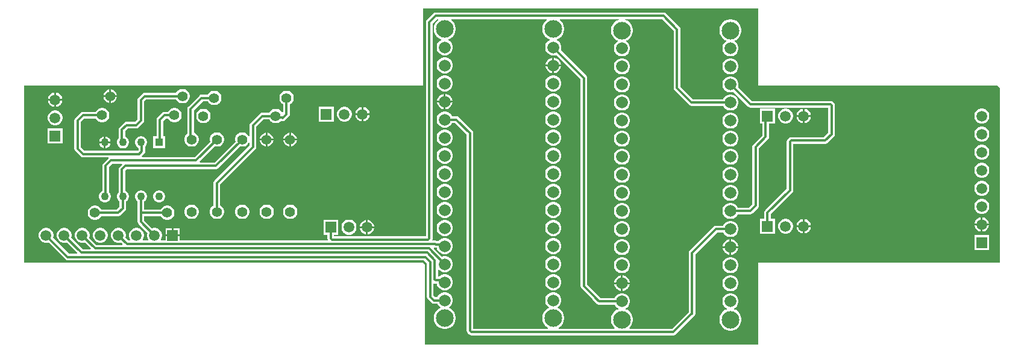
<source format=gbl>
G04*
G04 #@! TF.GenerationSoftware,Altium Limited,Altium Designer,23.0.1 (38)*
G04*
G04 Layer_Physical_Order=2*
G04 Layer_Color=16711680*
%FSLAX44Y44*%
%MOMM*%
G71*
G04*
G04 #@! TF.SameCoordinates,617F8338-E601-4E4F-91A7-566DE5F96DF1*
G04*
G04*
G04 #@! TF.FilePolarity,Positive*
G04*
G01*
G75*
%ADD21C,0.3048*%
%ADD22C,1.5000*%
%ADD23R,1.5000X1.5000*%
%ADD24C,1.6650*%
%ADD25C,2.4750*%
%ADD26C,1.4000*%
%ADD27R,1.5000X1.5000*%
%ADD28R,1.1000X1.1000*%
%ADD29C,1.1000*%
G36*
X1031240Y373380D02*
X1366520D01*
X1370330Y369570D01*
Y124460D01*
X1031240D01*
Y8890D01*
X562610D01*
Y121920D01*
X560070Y124460D01*
X0D01*
Y373380D01*
X560070D01*
Y481330D01*
X1031240D01*
Y373380D01*
D02*
G37*
%LPC*%
G36*
X993389Y465773D02*
X990351D01*
X987371Y465180D01*
X984565Y464018D01*
X982038Y462330D01*
X979890Y460182D01*
X978202Y457655D01*
X977040Y454849D01*
X976447Y451869D01*
Y448831D01*
X977040Y445851D01*
X978202Y443045D01*
X979890Y440518D01*
X982038Y438370D01*
X984565Y436682D01*
X985575Y436264D01*
X985659Y434996D01*
X984887Y434551D01*
X982769Y432433D01*
X981272Y429840D01*
X980497Y426947D01*
Y423953D01*
X981272Y421060D01*
X982769Y418467D01*
X984887Y416349D01*
X987480Y414852D01*
X990373Y414077D01*
X993367D01*
X996260Y414852D01*
X998853Y416349D01*
X1000971Y418467D01*
X1002468Y421060D01*
X1003243Y423953D01*
Y426947D01*
X1002468Y429840D01*
X1000971Y432433D01*
X998853Y434551D01*
X998081Y434996D01*
X998165Y436264D01*
X999175Y436682D01*
X1001702Y438370D01*
X1003850Y440518D01*
X1005538Y443045D01*
X1006700Y445851D01*
X1007293Y448831D01*
Y451869D01*
X1006700Y454849D01*
X1005538Y457655D01*
X1003850Y460182D01*
X1001702Y462330D01*
X999175Y464018D01*
X996369Y465180D01*
X993389Y465773D01*
D02*
G37*
G36*
X744380Y412185D02*
X744220D01*
Y402590D01*
X753815D01*
Y402750D01*
X753075Y405514D01*
X751644Y407991D01*
X749621Y410014D01*
X747144Y411445D01*
X744380Y412185D01*
D02*
G37*
G36*
X741680D02*
X741520D01*
X738756Y411445D01*
X736279Y410014D01*
X734256Y407991D01*
X732825Y405514D01*
X732085Y402750D01*
Y402590D01*
X741680D01*
Y412185D01*
D02*
G37*
G36*
X753815Y400050D02*
X744220D01*
Y390455D01*
X744380D01*
X747144Y391195D01*
X749621Y392626D01*
X751644Y394649D01*
X753075Y397126D01*
X753815Y399890D01*
Y400050D01*
D02*
G37*
G36*
X741680D02*
X732085D01*
Y399890D01*
X732825Y397126D01*
X734256Y394649D01*
X736279Y392626D01*
X738756Y391195D01*
X741520Y390455D01*
X741680D01*
Y400050D01*
D02*
G37*
G36*
X592047Y412693D02*
X589053D01*
X586160Y411918D01*
X583567Y410421D01*
X581449Y408303D01*
X579952Y405710D01*
X579177Y402817D01*
Y399823D01*
X579952Y396930D01*
X581449Y394337D01*
X583567Y392219D01*
X586160Y390722D01*
X589053Y389947D01*
X592047D01*
X594940Y390722D01*
X597533Y392219D01*
X599651Y394337D01*
X601148Y396930D01*
X601923Y399823D01*
Y402817D01*
X601148Y405710D01*
X599651Y408303D01*
X597533Y410421D01*
X594940Y411918D01*
X592047Y412693D01*
D02*
G37*
G36*
X993367Y411423D02*
X990373D01*
X987480Y410648D01*
X984887Y409151D01*
X982769Y407033D01*
X981272Y404440D01*
X980497Y401547D01*
Y398553D01*
X981272Y395660D01*
X982769Y393067D01*
X984887Y390949D01*
X987480Y389452D01*
X990373Y388677D01*
X993367D01*
X996260Y389452D01*
X998853Y390949D01*
X1000971Y393067D01*
X1002468Y395660D01*
X1003243Y398553D01*
Y401547D01*
X1002468Y404440D01*
X1000971Y407033D01*
X998853Y409151D01*
X996260Y410648D01*
X993367Y411423D01*
D02*
G37*
G36*
X840967D02*
X837973D01*
X835080Y410648D01*
X832487Y409151D01*
X830369Y407033D01*
X828872Y404440D01*
X828097Y401547D01*
Y398553D01*
X828872Y395660D01*
X830369Y393067D01*
X832487Y390949D01*
X835080Y389452D01*
X837973Y388677D01*
X840967D01*
X843860Y389452D01*
X846453Y390949D01*
X848571Y393067D01*
X850068Y395660D01*
X850843Y398553D01*
Y401547D01*
X850068Y404440D01*
X848571Y407033D01*
X846453Y409151D01*
X843860Y410648D01*
X840967Y411423D01*
D02*
G37*
G36*
X744447Y387293D02*
X741453D01*
X738560Y386518D01*
X735967Y385021D01*
X733849Y382903D01*
X732352Y380310D01*
X731577Y377417D01*
Y374423D01*
X732352Y371530D01*
X733849Y368937D01*
X735967Y366819D01*
X738560Y365322D01*
X741453Y364547D01*
X744447D01*
X747340Y365322D01*
X749933Y366819D01*
X752051Y368937D01*
X753548Y371530D01*
X754323Y374423D01*
Y377417D01*
X753548Y380310D01*
X752051Y382903D01*
X749933Y385021D01*
X747340Y386518D01*
X744447Y387293D01*
D02*
G37*
G36*
X592047D02*
X589053D01*
X586160Y386518D01*
X583567Y385021D01*
X581449Y382903D01*
X579952Y380310D01*
X579177Y377417D01*
Y374423D01*
X579952Y371530D01*
X581449Y368937D01*
X583567Y366819D01*
X586160Y365322D01*
X589053Y364547D01*
X592047D01*
X594940Y365322D01*
X597533Y366819D01*
X599651Y368937D01*
X601148Y371530D01*
X601923Y374423D01*
Y377417D01*
X601148Y380310D01*
X599651Y382903D01*
X597533Y385021D01*
X594940Y386518D01*
X592047Y387293D01*
D02*
G37*
G36*
X840967Y386023D02*
X837973D01*
X835080Y385248D01*
X832487Y383751D01*
X830369Y381633D01*
X828872Y379040D01*
X828097Y376147D01*
Y373153D01*
X828872Y370260D01*
X830369Y367667D01*
X832487Y365549D01*
X835080Y364052D01*
X837973Y363277D01*
X840967D01*
X843860Y364052D01*
X846453Y365549D01*
X848571Y367667D01*
X850068Y370260D01*
X850843Y373153D01*
Y376147D01*
X850068Y379040D01*
X848571Y381633D01*
X846453Y383751D01*
X843860Y385248D01*
X840967Y386023D01*
D02*
G37*
G36*
X121920Y367676D02*
Y359410D01*
X130186D01*
X129540Y361822D01*
X128284Y363998D01*
X126508Y365774D01*
X124332Y367030D01*
X121920Y367676D01*
D02*
G37*
G36*
X119380D02*
X116968Y367030D01*
X114792Y365774D01*
X113016Y363998D01*
X111760Y361822D01*
X111114Y359410D01*
X119380D01*
Y367676D01*
D02*
G37*
G36*
X44502Y363100D02*
X44450D01*
Y354330D01*
X53220D01*
Y354382D01*
X52536Y356935D01*
X51214Y359225D01*
X49345Y361094D01*
X47055Y362416D01*
X44502Y363100D01*
D02*
G37*
G36*
X41910D02*
X41858D01*
X39305Y362416D01*
X37015Y361094D01*
X35146Y359225D01*
X33824Y356935D01*
X33140Y354382D01*
Y354330D01*
X41910D01*
Y363100D01*
D02*
G37*
G36*
X591980Y361385D02*
X591820D01*
Y351790D01*
X601415D01*
Y351950D01*
X600675Y354714D01*
X599244Y357191D01*
X597221Y359214D01*
X594744Y360645D01*
X591980Y361385D01*
D02*
G37*
G36*
X589280D02*
X589120D01*
X586356Y360645D01*
X583879Y359214D01*
X581856Y357191D01*
X580425Y354714D01*
X579685Y351950D01*
Y351790D01*
X589280D01*
Y361385D01*
D02*
G37*
G36*
X130186Y356870D02*
X121920D01*
Y348604D01*
X124332Y349250D01*
X126508Y350506D01*
X128284Y352282D01*
X129540Y354458D01*
X130186Y356870D01*
D02*
G37*
G36*
X119380D02*
X111114D01*
X111760Y354458D01*
X113016Y352282D01*
X114792Y350506D01*
X116968Y349250D01*
X119380Y348604D01*
Y356870D01*
D02*
G37*
G36*
X223573Y368188D02*
X220927D01*
X218372Y367503D01*
X216080Y366180D01*
X214210Y364310D01*
X213339Y362802D01*
X168910D01*
X167126Y362447D01*
X165614Y361436D01*
X160534Y356356D01*
X159523Y354844D01*
X159168Y353060D01*
Y325766D01*
X155564Y322162D01*
X143510D01*
X141726Y321807D01*
X140214Y320796D01*
X133864Y314446D01*
X132853Y312934D01*
X132498Y311150D01*
Y299427D01*
X131590Y298519D01*
X130464Y296569D01*
X129882Y294395D01*
Y292145D01*
X130464Y289971D01*
X131590Y288021D01*
X133181Y286430D01*
X135131Y285305D01*
X137305Y284722D01*
X139555D01*
X141729Y285305D01*
X143679Y286430D01*
X145270Y288021D01*
X146396Y289971D01*
X146978Y292145D01*
Y294395D01*
X146396Y296569D01*
X145270Y298519D01*
X143679Y300110D01*
X141822Y301182D01*
Y309219D01*
X145441Y312838D01*
X157495D01*
X159279Y313193D01*
X160791Y314204D01*
X167134Y320546D01*
X168144Y322059D01*
X168499Y323843D01*
X168492Y323880D01*
Y351129D01*
X170841Y353478D01*
X213339D01*
X214210Y351970D01*
X216080Y350100D01*
X218372Y348777D01*
X220927Y348092D01*
X223573D01*
X226128Y348777D01*
X228420Y350100D01*
X230290Y351970D01*
X231613Y354262D01*
X232298Y356817D01*
Y359463D01*
X231613Y362018D01*
X230290Y364310D01*
X228420Y366180D01*
X226128Y367503D01*
X223573Y368188D01*
D02*
G37*
G36*
X268023Y365648D02*
X265377D01*
X262822Y364963D01*
X260530Y363640D01*
X258660Y361770D01*
X257789Y360262D01*
X248920D01*
X247136Y359907D01*
X245624Y358896D01*
X230384Y343656D01*
X229373Y342144D01*
X229018Y340360D01*
Y305358D01*
X228780Y305220D01*
X226910Y303350D01*
X225587Y301058D01*
X224902Y298503D01*
Y295857D01*
X225587Y293302D01*
X226910Y291010D01*
X228780Y289140D01*
X231072Y287817D01*
X233627Y287132D01*
X236273D01*
X238828Y287817D01*
X241120Y289140D01*
X242990Y291010D01*
X244313Y293302D01*
X244998Y295857D01*
Y298503D01*
X244313Y301058D01*
X242990Y303350D01*
X241120Y305220D01*
X238828Y306543D01*
X238342Y306674D01*
Y338429D01*
X250851Y350938D01*
X257789D01*
X258660Y349430D01*
X260530Y347560D01*
X262822Y346237D01*
X265377Y345552D01*
X268023D01*
X270578Y346237D01*
X272870Y347560D01*
X274740Y349430D01*
X276063Y351722D01*
X276748Y354277D01*
Y356923D01*
X276063Y359478D01*
X274740Y361770D01*
X272870Y363640D01*
X270578Y364963D01*
X268023Y365648D01*
D02*
G37*
G36*
X53220Y351790D02*
X44450D01*
Y343020D01*
X44502D01*
X47055Y343704D01*
X49345Y345026D01*
X51214Y346895D01*
X52536Y349185D01*
X53220Y351738D01*
Y351790D01*
D02*
G37*
G36*
X41910D02*
X33140D01*
Y351738D01*
X33824Y349185D01*
X35146Y346895D01*
X37015Y345026D01*
X39305Y343704D01*
X41858Y343020D01*
X41910D01*
Y351790D01*
D02*
G37*
G36*
X601415Y349250D02*
X591820D01*
Y339655D01*
X591980D01*
X594744Y340395D01*
X597221Y341826D01*
X599244Y343849D01*
X600675Y346326D01*
X601415Y349090D01*
Y349250D01*
D02*
G37*
G36*
X589280D02*
X579685D01*
Y349090D01*
X580425Y346326D01*
X581856Y343849D01*
X583879Y341826D01*
X586356Y340395D01*
X589120Y339655D01*
X589280D01*
Y349250D01*
D02*
G37*
G36*
X744447Y361893D02*
X741453D01*
X738560Y361118D01*
X735967Y359621D01*
X733849Y357503D01*
X732352Y354910D01*
X731577Y352017D01*
Y349023D01*
X732352Y346130D01*
X733849Y343537D01*
X735967Y341419D01*
X738560Y339922D01*
X741453Y339147D01*
X744447D01*
X747340Y339922D01*
X749933Y341419D01*
X752051Y343537D01*
X753548Y346130D01*
X754323Y349023D01*
Y352017D01*
X753548Y354910D01*
X752051Y357503D01*
X749933Y359621D01*
X747340Y361118D01*
X744447Y361893D01*
D02*
G37*
G36*
X897890Y475832D02*
X577850D01*
X576066Y475477D01*
X574554Y474466D01*
X565664Y465576D01*
X564653Y464064D01*
X564298Y462280D01*
Y161126D01*
X435192D01*
Y163442D01*
X441078D01*
Y184538D01*
X419982D01*
Y163442D01*
X425868D01*
Y158250D01*
X426223Y156466D01*
X426434Y156150D01*
X425836Y155030D01*
X218320D01*
Y161290D01*
X208280D01*
X198240D01*
Y155030D01*
X191875D01*
X191445Y156300D01*
X192709Y158489D01*
X193428Y161171D01*
Y163949D01*
X192709Y166631D01*
X191320Y169037D01*
X189357Y171000D01*
X186951Y172389D01*
X184269Y173108D01*
X181491D01*
X179467Y172565D01*
X168492Y183541D01*
Y189648D01*
X191749D01*
X192620Y188140D01*
X194490Y186270D01*
X196782Y184947D01*
X199337Y184262D01*
X201983D01*
X204538Y184947D01*
X206830Y186270D01*
X208700Y188140D01*
X210023Y190432D01*
X210708Y192987D01*
Y195633D01*
X210023Y198188D01*
X208700Y200480D01*
X206830Y202350D01*
X204538Y203673D01*
X201983Y204358D01*
X199337D01*
X196782Y203673D01*
X194490Y202350D01*
X192620Y200480D01*
X191749Y198972D01*
X168492D01*
Y210091D01*
X169079Y210430D01*
X170670Y212021D01*
X171796Y213971D01*
X172378Y216145D01*
Y218395D01*
X171796Y220569D01*
X170670Y222519D01*
X169079Y224110D01*
X167129Y225236D01*
X164955Y225818D01*
X162705D01*
X160531Y225236D01*
X158581Y224110D01*
X156990Y222519D01*
X155864Y220569D01*
X155282Y218395D01*
Y216145D01*
X155864Y213971D01*
X156990Y212021D01*
X158581Y210430D01*
X159168Y210091D01*
Y195580D01*
Y181610D01*
X159523Y179826D01*
X160534Y178314D01*
X172875Y165973D01*
X172332Y163949D01*
Y161171D01*
X173051Y158489D01*
X174315Y156300D01*
X173885Y155030D01*
X166474D01*
X166045Y156300D01*
X167309Y158489D01*
X168028Y161171D01*
Y163949D01*
X167309Y166631D01*
X165921Y169037D01*
X163957Y171000D01*
X161551Y172389D01*
X158869Y173108D01*
X156091D01*
X153409Y172389D01*
X151003Y171000D01*
X149039Y169037D01*
X147651Y166631D01*
X146932Y163949D01*
Y161171D01*
X147651Y158489D01*
X148915Y156300D01*
X148485Y155030D01*
X146203D01*
X142086Y159147D01*
X142628Y161171D01*
Y163949D01*
X141909Y166631D01*
X140520Y169037D01*
X138557Y171000D01*
X136151Y172389D01*
X133469Y173108D01*
X130691D01*
X128009Y172389D01*
X125603Y171000D01*
X123639Y169037D01*
X122251Y166631D01*
X121532Y163949D01*
Y161171D01*
X122251Y158489D01*
X123639Y156083D01*
X125603Y154120D01*
X128009Y152731D01*
X130691Y152012D01*
X133469D01*
X135493Y152555D01*
X137941Y150107D01*
X137455Y148934D01*
X101499D01*
X91285Y159147D01*
X91828Y161171D01*
Y163949D01*
X91109Y166631D01*
X89720Y169037D01*
X87757Y171000D01*
X85351Y172389D01*
X82669Y173108D01*
X79891D01*
X77209Y172389D01*
X74803Y171000D01*
X72839Y169037D01*
X71451Y166631D01*
X70732Y163949D01*
Y161171D01*
X71451Y158489D01*
X72839Y156083D01*
X74803Y154120D01*
X77209Y152731D01*
X79891Y152012D01*
X82669D01*
X84693Y152555D01*
X93237Y144011D01*
X92751Y142838D01*
X82195D01*
X65886Y159147D01*
X66428Y161171D01*
Y163949D01*
X65709Y166631D01*
X64321Y169037D01*
X62357Y171000D01*
X59951Y172389D01*
X57269Y173108D01*
X54491D01*
X51809Y172389D01*
X49403Y171000D01*
X47439Y169037D01*
X46051Y166631D01*
X45332Y163949D01*
Y161171D01*
X46051Y158489D01*
X47439Y156083D01*
X49403Y154120D01*
X51809Y152731D01*
X54491Y152012D01*
X57269D01*
X59293Y152555D01*
X73933Y137915D01*
X73447Y136742D01*
X62891D01*
X40486Y159147D01*
X41028Y161171D01*
Y163949D01*
X40309Y166631D01*
X38921Y169037D01*
X36957Y171000D01*
X34551Y172389D01*
X31869Y173108D01*
X29091D01*
X26409Y172389D01*
X24003Y171000D01*
X22039Y169037D01*
X20651Y166631D01*
X19932Y163949D01*
Y161171D01*
X20651Y158489D01*
X22039Y156083D01*
X24003Y154120D01*
X26409Y152731D01*
X29091Y152012D01*
X31869D01*
X33893Y152555D01*
X57664Y128784D01*
X59176Y127773D01*
X60960Y127418D01*
X561217D01*
X565568Y123067D01*
Y76200D01*
X565923Y74416D01*
X566934Y72904D01*
X572014Y67824D01*
X573526Y66813D01*
X575310Y66458D01*
X580109D01*
X581449Y64137D01*
X583567Y62019D01*
X584339Y61574D01*
X584255Y60307D01*
X583245Y59888D01*
X580718Y58200D01*
X578570Y56052D01*
X576882Y53526D01*
X575720Y50719D01*
X575127Y47739D01*
Y44701D01*
X575720Y41721D01*
X576882Y38914D01*
X578570Y36388D01*
X580718Y34240D01*
X583245Y32552D01*
X586051Y31390D01*
X589031Y30797D01*
X592069D01*
X595049Y31390D01*
X597855Y32552D01*
X600382Y34240D01*
X602530Y36388D01*
X604218Y38914D01*
X605380Y41721D01*
X605973Y44701D01*
Y47739D01*
X605380Y50719D01*
X604218Y53526D01*
X602530Y56052D01*
X600382Y58200D01*
X597855Y59888D01*
X596844Y60307D01*
X596761Y61574D01*
X597533Y62019D01*
X599651Y64137D01*
X601148Y66730D01*
X601923Y69623D01*
Y72617D01*
X601148Y75510D01*
X599651Y78103D01*
X597533Y80221D01*
X594940Y81718D01*
X592047Y82493D01*
X589053D01*
X586160Y81718D01*
X583567Y80221D01*
X581449Y78103D01*
X580109Y75782D01*
X577241D01*
X574892Y78131D01*
Y94222D01*
X575647Y94625D01*
X576162Y94784D01*
X577787Y94461D01*
X579328D01*
X579952Y92130D01*
X581449Y89537D01*
X583567Y87419D01*
X586160Y85922D01*
X589053Y85147D01*
X592047D01*
X594940Y85922D01*
X597533Y87419D01*
X599651Y89537D01*
X601148Y92130D01*
X601923Y95023D01*
Y98017D01*
X601148Y100910D01*
X599651Y103503D01*
X597533Y105621D01*
X594940Y107118D01*
X592047Y107893D01*
X589053D01*
X586160Y107118D01*
X583567Y105621D01*
X582258Y104311D01*
X580988Y104838D01*
Y113603D01*
X582258Y114129D01*
X583567Y112819D01*
X586160Y111322D01*
X589053Y110547D01*
X592047D01*
X594940Y111322D01*
X597533Y112819D01*
X599651Y114937D01*
X601148Y117530D01*
X601923Y120423D01*
Y123417D01*
X601148Y126310D01*
X599651Y128903D01*
X597533Y131021D01*
X594940Y132518D01*
X592047Y133293D01*
X589053D01*
X586463Y132599D01*
X575292Y143770D01*
X575542Y145317D01*
X575869Y145481D01*
X577653Y145126D01*
X579364D01*
X579952Y142930D01*
X581449Y140337D01*
X583567Y138219D01*
X586160Y136722D01*
X589053Y135947D01*
X592047D01*
X594940Y136722D01*
X597533Y138219D01*
X599651Y140337D01*
X601148Y142930D01*
X601923Y145823D01*
Y148817D01*
X601148Y151710D01*
X599651Y154303D01*
X597533Y156421D01*
X594940Y157918D01*
X592047Y158693D01*
X589053D01*
X586160Y157918D01*
X583567Y156421D01*
X581596Y154450D01*
X579194D01*
X578857Y154675D01*
X577073Y155030D01*
X573654D01*
X573056Y156150D01*
X573267Y156466D01*
X573622Y158250D01*
Y460349D01*
X579781Y466508D01*
X581289D01*
X581674Y465238D01*
X580718Y464600D01*
X578570Y462452D01*
X576882Y459925D01*
X575720Y457119D01*
X575127Y454139D01*
Y451101D01*
X575720Y448121D01*
X576882Y445314D01*
X578570Y442788D01*
X580718Y440640D01*
X583245Y438952D01*
X585112Y438179D01*
X585204Y436766D01*
X583567Y435821D01*
X581449Y433703D01*
X579952Y431110D01*
X579177Y428217D01*
Y425223D01*
X579952Y422330D01*
X581449Y419737D01*
X583567Y417619D01*
X586160Y416122D01*
X589053Y415347D01*
X592047D01*
X594940Y416122D01*
X597533Y417619D01*
X599651Y419737D01*
X601148Y422330D01*
X601923Y425223D01*
Y428217D01*
X601148Y431110D01*
X599651Y433703D01*
X597533Y435821D01*
X595896Y436766D01*
X595989Y438179D01*
X597855Y438952D01*
X600382Y440640D01*
X602530Y442788D01*
X604218Y445314D01*
X605380Y448121D01*
X605973Y451101D01*
Y454139D01*
X605380Y457119D01*
X604218Y459925D01*
X602530Y462452D01*
X600382Y464600D01*
X599426Y465238D01*
X599811Y466508D01*
X733689D01*
X734074Y465238D01*
X733118Y464600D01*
X730970Y462452D01*
X729282Y459925D01*
X728120Y457119D01*
X727527Y454139D01*
Y451101D01*
X728120Y448121D01*
X729282Y445314D01*
X730970Y442788D01*
X733118Y440640D01*
X735645Y438952D01*
X737512Y438179D01*
X737604Y436766D01*
X735967Y435821D01*
X733849Y433703D01*
X732352Y431110D01*
X731577Y428217D01*
Y425223D01*
X732352Y422330D01*
X733849Y419737D01*
X735967Y417619D01*
X738560Y416122D01*
X741453Y415347D01*
X744447D01*
X747037Y416041D01*
X781468Y381609D01*
Y91440D01*
X781823Y89656D01*
X782834Y88144D01*
X798270Y72707D01*
X798333Y72392D01*
X799344Y70879D01*
X803669Y66554D01*
X805182Y65543D01*
X806965Y65188D01*
X829029D01*
X830369Y62867D01*
X832487Y60749D01*
X834124Y59804D01*
X834032Y58391D01*
X832165Y57618D01*
X829638Y55930D01*
X827490Y53782D01*
X825802Y51255D01*
X824640Y48449D01*
X824047Y45469D01*
Y42431D01*
X824640Y39451D01*
X825802Y36644D01*
X827490Y34118D01*
X829007Y32602D01*
X828481Y31332D01*
X750836D01*
X750309Y32470D01*
X750329Y32602D01*
X752782Y34240D01*
X754930Y36388D01*
X756618Y38914D01*
X757780Y41721D01*
X758373Y44701D01*
Y47739D01*
X757780Y50719D01*
X756618Y53526D01*
X754930Y56052D01*
X752782Y58200D01*
X750256Y59888D01*
X749245Y60307D01*
X749161Y61574D01*
X749933Y62019D01*
X752051Y64137D01*
X753548Y66730D01*
X754323Y69623D01*
Y72617D01*
X753548Y75510D01*
X752051Y78103D01*
X749933Y80221D01*
X747340Y81718D01*
X744447Y82493D01*
X741453D01*
X738560Y81718D01*
X735967Y80221D01*
X733849Y78103D01*
X732352Y75510D01*
X731577Y72617D01*
Y69623D01*
X732352Y66730D01*
X733849Y64137D01*
X735967Y62019D01*
X736739Y61574D01*
X736656Y60307D01*
X735645Y59888D01*
X733118Y58200D01*
X730970Y56052D01*
X729282Y53526D01*
X728120Y50719D01*
X727527Y47739D01*
Y44701D01*
X728120Y41721D01*
X729282Y38914D01*
X730970Y36388D01*
X733118Y34240D01*
X735571Y32602D01*
X735591Y32470D01*
X735064Y31332D01*
X630772D01*
Y306070D01*
X630417Y307854D01*
X629406Y309366D01*
X610356Y328416D01*
X608844Y329427D01*
X607060Y329782D01*
X600991D01*
X599651Y332103D01*
X597533Y334221D01*
X594940Y335718D01*
X592047Y336493D01*
X589053D01*
X586160Y335718D01*
X583567Y334221D01*
X581449Y332103D01*
X579952Y329510D01*
X579177Y326617D01*
Y323623D01*
X579952Y320730D01*
X581449Y318137D01*
X583567Y316019D01*
X586160Y314522D01*
X589053Y313747D01*
X592047D01*
X594940Y314522D01*
X597533Y316019D01*
X599651Y318137D01*
X600991Y320458D01*
X605129D01*
X621448Y304139D01*
Y28456D01*
X621803Y26672D01*
X622814Y25159D01*
X624599Y23374D01*
X626112Y22363D01*
X627896Y22008D01*
X911860D01*
X913644Y22363D01*
X915156Y23374D01*
X939483Y47701D01*
X939798Y47763D01*
X941311Y48774D01*
X942321Y50286D01*
X942676Y52070D01*
Y135745D01*
X973720Y166788D01*
X981429D01*
X982769Y164467D01*
X984887Y162349D01*
X987480Y160852D01*
X990373Y160077D01*
X993367D01*
X996260Y160852D01*
X998853Y162349D01*
X1000971Y164467D01*
X1002468Y167060D01*
X1003243Y169953D01*
Y172947D01*
X1002468Y175840D01*
X1000971Y178433D01*
X998853Y180551D01*
X996260Y182048D01*
X993367Y182823D01*
X990373D01*
X987480Y182048D01*
X984887Y180551D01*
X982769Y178433D01*
X981429Y176112D01*
X971789D01*
X970005Y175757D01*
X968493Y174746D01*
X934718Y140972D01*
X933708Y139459D01*
X933353Y137676D01*
Y54755D01*
X909929Y31332D01*
X850459D01*
X849933Y32602D01*
X851450Y34118D01*
X853138Y36644D01*
X854300Y39451D01*
X854893Y42431D01*
Y45469D01*
X854300Y48449D01*
X853138Y51255D01*
X851450Y53782D01*
X849302Y55930D01*
X846776Y57618D01*
X844909Y58391D01*
X844816Y59804D01*
X846453Y60749D01*
X848571Y62867D01*
X850068Y65460D01*
X850843Y68353D01*
Y71347D01*
X850068Y74240D01*
X848571Y76833D01*
X846453Y78951D01*
X843860Y80448D01*
X840967Y81223D01*
X837973D01*
X835080Y80448D01*
X832487Y78951D01*
X830369Y76833D01*
X829029Y74512D01*
X808896D01*
X807010Y76399D01*
X806947Y76714D01*
X805936Y78226D01*
X790792Y93371D01*
Y383540D01*
X790437Y385324D01*
X789426Y386836D01*
X753629Y422633D01*
X754323Y425223D01*
Y428217D01*
X753548Y431110D01*
X752051Y433703D01*
X749933Y435821D01*
X748296Y436766D01*
X748389Y438179D01*
X750256Y438952D01*
X752782Y440640D01*
X754930Y442788D01*
X756618Y445314D01*
X757780Y448121D01*
X758373Y451101D01*
Y454139D01*
X757780Y457119D01*
X756618Y459925D01*
X754930Y462452D01*
X752782Y464600D01*
X751826Y465238D01*
X752211Y466508D01*
X835139D01*
X835264Y465238D01*
X834971Y465180D01*
X832165Y464018D01*
X829638Y462330D01*
X827490Y460182D01*
X825802Y457655D01*
X824640Y454849D01*
X824047Y451869D01*
Y448831D01*
X824640Y445851D01*
X825802Y443045D01*
X827490Y440518D01*
X829638Y438370D01*
X832165Y436682D01*
X833176Y436264D01*
X833259Y434996D01*
X832487Y434551D01*
X830369Y432433D01*
X828872Y429840D01*
X828097Y426947D01*
Y423953D01*
X828872Y421060D01*
X830369Y418467D01*
X832487Y416349D01*
X835080Y414852D01*
X837973Y414077D01*
X840967D01*
X843860Y414852D01*
X846453Y416349D01*
X848571Y418467D01*
X850068Y421060D01*
X850843Y423953D01*
Y426947D01*
X850068Y429840D01*
X848571Y432433D01*
X846453Y434551D01*
X845681Y434996D01*
X845764Y436264D01*
X846776Y436682D01*
X849302Y438370D01*
X851450Y440518D01*
X853138Y443045D01*
X854300Y445851D01*
X854893Y448831D01*
Y451869D01*
X854300Y454849D01*
X853138Y457655D01*
X851450Y460182D01*
X849302Y462330D01*
X846776Y464018D01*
X843969Y465180D01*
X843676Y465238D01*
X843801Y466508D01*
X895959D01*
X912278Y450189D01*
Y369570D01*
X912633Y367786D01*
X913644Y366274D01*
X933964Y345954D01*
X935476Y344943D01*
X937260Y344588D01*
X981429D01*
X982769Y342267D01*
X984887Y340149D01*
X987480Y338652D01*
X990373Y337877D01*
X993367D01*
X996260Y338652D01*
X998853Y340149D01*
X1000971Y342267D01*
X1002468Y344860D01*
X1003243Y347753D01*
Y350747D01*
X1002468Y353640D01*
X1000971Y356233D01*
X998853Y358351D01*
X996260Y359848D01*
X993367Y360623D01*
X990373D01*
X987480Y359848D01*
X984887Y358351D01*
X982769Y356233D01*
X981429Y353912D01*
X939191D01*
X921602Y371501D01*
Y452120D01*
X921247Y453904D01*
X920236Y455416D01*
X901186Y474466D01*
X899674Y475477D01*
X899378Y475536D01*
X897890Y475832D01*
D02*
G37*
G36*
X840967Y360623D02*
X837973D01*
X835080Y359848D01*
X832487Y358351D01*
X830369Y356233D01*
X828872Y353640D01*
X828097Y350747D01*
Y347753D01*
X828872Y344860D01*
X830369Y342267D01*
X832487Y340149D01*
X835080Y338652D01*
X837973Y337877D01*
X840967D01*
X843860Y338652D01*
X846453Y340149D01*
X848571Y342267D01*
X850068Y344860D01*
X850843Y347753D01*
Y350747D01*
X850068Y353640D01*
X848571Y356233D01*
X846453Y358351D01*
X843860Y359848D01*
X840967Y360623D01*
D02*
G37*
G36*
X369623Y365648D02*
X366977D01*
X364422Y364963D01*
X362130Y363640D01*
X360260Y361770D01*
X358937Y359478D01*
X358252Y356923D01*
Y354277D01*
X358937Y351722D01*
X360260Y349430D01*
X362130Y347560D01*
X363638Y346689D01*
Y335845D01*
X363103Y335388D01*
X361510Y335661D01*
X361100Y336370D01*
X359230Y338240D01*
X356938Y339563D01*
X354383Y340248D01*
X351737D01*
X349182Y339563D01*
X346890Y338240D01*
X345020Y336370D01*
X344149Y334862D01*
X334010D01*
X332226Y334507D01*
X330714Y333496D01*
X318014Y320796D01*
X317003Y319284D01*
X316648Y317500D01*
Y301761D01*
X315494Y301123D01*
X315378Y301153D01*
X314110Y303350D01*
X312240Y305220D01*
X309948Y306543D01*
X307393Y307228D01*
X304747D01*
X302192Y306543D01*
X299900Y305220D01*
X298030Y303350D01*
X296707Y301058D01*
X296022Y298503D01*
Y295857D01*
X296473Y294175D01*
X267309Y265012D01*
X246593D01*
X246107Y266185D01*
X267505Y287583D01*
X269187Y287132D01*
X271833D01*
X274388Y287817D01*
X276680Y289140D01*
X278550Y291010D01*
X279873Y293302D01*
X280558Y295857D01*
Y298503D01*
X279873Y301058D01*
X278550Y303350D01*
X276680Y305220D01*
X274388Y306543D01*
X271833Y307228D01*
X269187D01*
X266632Y306543D01*
X264340Y305220D01*
X262470Y303350D01*
X261147Y301058D01*
X260462Y298503D01*
Y295857D01*
X260913Y294175D01*
X239369Y272632D01*
X165402D01*
X164924Y273902D01*
X168404Y277381D01*
X169414Y278894D01*
X169769Y280678D01*
Y287120D01*
X170670Y288021D01*
X171796Y289971D01*
X172378Y292145D01*
Y294395D01*
X171796Y296569D01*
X170670Y298519D01*
X169079Y300110D01*
X167129Y301236D01*
X164955Y301818D01*
X162705D01*
X160531Y301236D01*
X158581Y300110D01*
X156990Y298519D01*
X155864Y296569D01*
X155282Y294395D01*
Y292145D01*
X155864Y289971D01*
X156990Y288021D01*
X158581Y286430D01*
X160446Y285353D01*
Y282608D01*
X159359Y281522D01*
X85090D01*
X85052Y281514D01*
X84488D01*
X79592Y286411D01*
Y321919D01*
X84481Y326808D01*
X100309D01*
X101180Y325300D01*
X103050Y323430D01*
X105342Y322107D01*
X107897Y321422D01*
X110543D01*
X113098Y322107D01*
X115390Y323430D01*
X117260Y325300D01*
X118583Y327592D01*
X119268Y330147D01*
Y332793D01*
X118583Y335348D01*
X117260Y337640D01*
X115390Y339510D01*
X113098Y340833D01*
X110543Y341518D01*
X107897D01*
X105342Y340833D01*
X103050Y339510D01*
X101180Y337640D01*
X100309Y336132D01*
X82550D01*
X80766Y335777D01*
X79254Y334766D01*
X71634Y327146D01*
X70623Y325634D01*
X70268Y323850D01*
Y284480D01*
X70623Y282696D01*
X71634Y281184D01*
X79261Y273556D01*
X80774Y272546D01*
X82557Y272191D01*
X85083D01*
X85120Y272198D01*
X117808D01*
X118286Y270928D01*
X111004Y263646D01*
X109993Y262134D01*
X109638Y260350D01*
Y225182D01*
X107781Y224110D01*
X106190Y222519D01*
X105064Y220569D01*
X104482Y218395D01*
Y216145D01*
X105064Y213971D01*
X106190Y212021D01*
X107781Y210430D01*
X109731Y209305D01*
X111905Y208722D01*
X114155D01*
X116329Y209305D01*
X118279Y210430D01*
X119870Y212021D01*
X120996Y213971D01*
X121578Y216145D01*
Y218395D01*
X120996Y220569D01*
X119870Y222519D01*
X118962Y223427D01*
Y258419D01*
X123851Y263308D01*
X136947D01*
X137433Y262135D01*
X133864Y258566D01*
X132853Y257054D01*
X132498Y255270D01*
Y223427D01*
X131590Y222519D01*
X130464Y220569D01*
X129882Y218395D01*
Y216145D01*
X130464Y213971D01*
X131590Y212021D01*
X133181Y210430D01*
X133768Y210091D01*
Y202591D01*
X130149Y198972D01*
X107971D01*
X107100Y200480D01*
X105230Y202350D01*
X102938Y203673D01*
X100383Y204358D01*
X97737D01*
X95182Y203673D01*
X92890Y202350D01*
X91020Y200480D01*
X89697Y198188D01*
X89012Y195633D01*
Y192987D01*
X89697Y190432D01*
X91020Y188140D01*
X92890Y186270D01*
X95182Y184947D01*
X97737Y184262D01*
X100383D01*
X102938Y184947D01*
X105230Y186270D01*
X107100Y188140D01*
X107971Y189648D01*
X132080D01*
X133864Y190003D01*
X135376Y191014D01*
X141726Y197364D01*
X142737Y198876D01*
X143092Y200660D01*
Y210091D01*
X143679Y210430D01*
X145270Y212021D01*
X146396Y213971D01*
X146978Y216145D01*
Y218395D01*
X146396Y220569D01*
X145270Y222519D01*
X143679Y224110D01*
X141822Y225182D01*
Y253339D01*
X144171Y255688D01*
X269240D01*
X271024Y256043D01*
X272536Y257054D01*
X303065Y287583D01*
X304747Y287132D01*
X307393D01*
X309948Y287817D01*
X312240Y289140D01*
X314110Y291010D01*
X315378Y293207D01*
X315494Y293237D01*
X316648Y292599D01*
Y288951D01*
X267214Y239516D01*
X266203Y238004D01*
X265848Y236220D01*
Y204491D01*
X264340Y203620D01*
X262470Y201750D01*
X261147Y199458D01*
X260462Y196903D01*
Y194257D01*
X261147Y191702D01*
X262470Y189410D01*
X264340Y187540D01*
X266632Y186217D01*
X269187Y185532D01*
X271833D01*
X274388Y186217D01*
X276680Y187540D01*
X278550Y189410D01*
X279873Y191702D01*
X280558Y194257D01*
Y196903D01*
X279873Y199458D01*
X278550Y201750D01*
X276680Y203620D01*
X275172Y204491D01*
Y234289D01*
X324606Y283724D01*
X325617Y285236D01*
X325972Y287020D01*
Y315569D01*
X335941Y325538D01*
X344149D01*
X345020Y324030D01*
X346890Y322160D01*
X349182Y320837D01*
X351737Y320152D01*
X354383D01*
X356938Y320837D01*
X359230Y322160D01*
X360513Y323443D01*
X361302D01*
X361436Y323353D01*
X363220Y322999D01*
X365004Y323353D01*
X366516Y324364D01*
X371596Y329444D01*
X372607Y330956D01*
X372962Y332740D01*
Y346689D01*
X374470Y347560D01*
X376340Y349430D01*
X377663Y351722D01*
X378348Y354277D01*
Y356923D01*
X377663Y359478D01*
X376340Y361770D01*
X374470Y363640D01*
X372178Y364963D01*
X369623Y365648D01*
D02*
G37*
G36*
X476302Y342780D02*
X476250D01*
Y334010D01*
X485020D01*
Y334062D01*
X484336Y336615D01*
X483014Y338905D01*
X481145Y340774D01*
X478855Y342096D01*
X476302Y342780D01*
D02*
G37*
G36*
X473710D02*
X473658D01*
X471105Y342096D01*
X468815Y340774D01*
X466946Y338905D01*
X465624Y336615D01*
X464940Y334062D01*
Y334010D01*
X473710D01*
Y342780D01*
D02*
G37*
G36*
X1096062Y340240D02*
X1096010D01*
Y331470D01*
X1104780D01*
Y331522D01*
X1104096Y334075D01*
X1102774Y336365D01*
X1100905Y338234D01*
X1098615Y339556D01*
X1096062Y340240D01*
D02*
G37*
G36*
X1093470D02*
X1093418D01*
X1090865Y339556D01*
X1088575Y338234D01*
X1086706Y336365D01*
X1085384Y334075D01*
X1084700Y331522D01*
Y331470D01*
X1093470D01*
Y340240D01*
D02*
G37*
G36*
X485020Y331470D02*
X476250D01*
Y322700D01*
X476302D01*
X478855Y323384D01*
X481145Y324706D01*
X483014Y326575D01*
X484336Y328865D01*
X485020Y331418D01*
Y331470D01*
D02*
G37*
G36*
X473710D02*
X464940D01*
Y331418D01*
X465624Y328865D01*
X466946Y326575D01*
X468815Y324706D01*
X471105Y323384D01*
X473658Y322700D01*
X473710D01*
Y331470D01*
D02*
G37*
G36*
X450969Y343288D02*
X448191D01*
X445509Y342569D01*
X443103Y341180D01*
X441139Y339217D01*
X439751Y336811D01*
X439032Y334129D01*
Y331351D01*
X439751Y328669D01*
X441139Y326263D01*
X443103Y324300D01*
X445509Y322911D01*
X448191Y322192D01*
X450969D01*
X453651Y322911D01*
X456057Y324300D01*
X458021Y326263D01*
X459409Y328669D01*
X460128Y331351D01*
Y334129D01*
X459409Y336811D01*
X458021Y339217D01*
X456057Y341180D01*
X453651Y342569D01*
X450969Y343288D01*
D02*
G37*
G36*
X434728D02*
X413632D01*
Y322192D01*
X434728D01*
Y343288D01*
D02*
G37*
G36*
X212143Y341518D02*
X209497D01*
X206942Y340833D01*
X204650Y339510D01*
X202780Y337640D01*
X201909Y336132D01*
X196850D01*
X195066Y335777D01*
X193554Y334766D01*
X187204Y328416D01*
X186193Y326904D01*
X185838Y325120D01*
Y301818D01*
X180682D01*
Y284722D01*
X197778D01*
Y301818D01*
X195162D01*
Y323189D01*
X198781Y326808D01*
X201909D01*
X202780Y325300D01*
X204650Y323430D01*
X206942Y322107D01*
X209497Y321422D01*
X212143D01*
X214698Y322107D01*
X216990Y323430D01*
X218860Y325300D01*
X220183Y327592D01*
X220868Y330147D01*
Y332793D01*
X220183Y335348D01*
X218860Y337640D01*
X216990Y339510D01*
X214698Y340833D01*
X212143Y341518D01*
D02*
G37*
G36*
X1104780Y328930D02*
X1096010D01*
Y320160D01*
X1096062D01*
X1098615Y320844D01*
X1100905Y322166D01*
X1102774Y324035D01*
X1104096Y326325D01*
X1104780Y328878D01*
Y328930D01*
D02*
G37*
G36*
X1093470D02*
X1084700D01*
Y328878D01*
X1085384Y326325D01*
X1086706Y324035D01*
X1088575Y322166D01*
X1090865Y320844D01*
X1093418Y320160D01*
X1093470D01*
Y328930D01*
D02*
G37*
G36*
X252783Y340248D02*
X250137D01*
X247582Y339563D01*
X245290Y338240D01*
X243420Y336370D01*
X242097Y334078D01*
X241412Y331523D01*
Y328877D01*
X242097Y326322D01*
X243420Y324030D01*
X245290Y322160D01*
X247582Y320837D01*
X250137Y320152D01*
X252783D01*
X255338Y320837D01*
X257630Y322160D01*
X259500Y324030D01*
X260823Y326322D01*
X261508Y328877D01*
Y331523D01*
X260823Y334078D01*
X259500Y336370D01*
X257630Y338240D01*
X255338Y339563D01*
X252783Y340248D01*
D02*
G37*
G36*
X1346319Y340748D02*
X1343541D01*
X1340859Y340029D01*
X1338453Y338641D01*
X1336490Y336677D01*
X1335101Y334271D01*
X1334382Y331589D01*
Y328811D01*
X1335101Y326129D01*
X1336490Y323723D01*
X1338453Y321759D01*
X1340859Y320371D01*
X1343541Y319652D01*
X1346319D01*
X1349001Y320371D01*
X1351407Y321759D01*
X1353371Y323723D01*
X1354759Y326129D01*
X1355478Y328811D01*
Y331589D01*
X1354759Y334271D01*
X1353371Y336677D01*
X1351407Y338641D01*
X1349001Y340029D01*
X1346319Y340748D01*
D02*
G37*
G36*
X1070729D02*
X1067951D01*
X1065269Y340029D01*
X1062863Y338641D01*
X1060900Y336677D01*
X1059511Y334271D01*
X1058792Y331589D01*
Y328811D01*
X1059511Y326129D01*
X1060900Y323723D01*
X1062863Y321759D01*
X1065269Y320371D01*
X1067951Y319652D01*
X1070729D01*
X1073411Y320371D01*
X1075817Y321759D01*
X1077781Y323723D01*
X1079169Y326129D01*
X1079888Y328811D01*
Y331589D01*
X1079169Y334271D01*
X1077781Y336677D01*
X1075817Y338641D01*
X1073411Y340029D01*
X1070729Y340748D01*
D02*
G37*
G36*
X44569Y338208D02*
X41791D01*
X39109Y337489D01*
X36703Y336101D01*
X34739Y334137D01*
X33351Y331731D01*
X32632Y329049D01*
Y326271D01*
X33351Y323589D01*
X34739Y321183D01*
X36703Y319219D01*
X39109Y317831D01*
X41791Y317112D01*
X44569D01*
X47251Y317831D01*
X49657Y319219D01*
X51620Y321183D01*
X53009Y323589D01*
X53728Y326271D01*
Y329049D01*
X53009Y331731D01*
X51620Y334137D01*
X49657Y336101D01*
X47251Y337489D01*
X44569Y338208D01*
D02*
G37*
G36*
X744447Y336493D02*
X741453D01*
X738560Y335718D01*
X735967Y334221D01*
X733849Y332103D01*
X732352Y329510D01*
X731577Y326617D01*
Y323623D01*
X732352Y320730D01*
X733849Y318137D01*
X735967Y316019D01*
X738560Y314522D01*
X741453Y313747D01*
X744447D01*
X747340Y314522D01*
X749933Y316019D01*
X752051Y318137D01*
X753548Y320730D01*
X754323Y323623D01*
Y326617D01*
X753548Y329510D01*
X752051Y332103D01*
X749933Y334221D01*
X747340Y335718D01*
X744447Y336493D01*
D02*
G37*
G36*
X993367Y335223D02*
X990373D01*
X987480Y334448D01*
X984887Y332951D01*
X982769Y330833D01*
X981272Y328240D01*
X980497Y325347D01*
Y322353D01*
X981272Y319460D01*
X982769Y316867D01*
X984887Y314749D01*
X987480Y313252D01*
X990373Y312477D01*
X993367D01*
X996260Y313252D01*
X998853Y314749D01*
X1000971Y316867D01*
X1002468Y319460D01*
X1003243Y322353D01*
Y325347D01*
X1002468Y328240D01*
X1000971Y330833D01*
X998853Y332951D01*
X996260Y334448D01*
X993367Y335223D01*
D02*
G37*
G36*
X840967D02*
X837973D01*
X835080Y334448D01*
X832487Y332951D01*
X830369Y330833D01*
X828872Y328240D01*
X828097Y325347D01*
Y322353D01*
X828872Y319460D01*
X830369Y316867D01*
X832487Y314749D01*
X835080Y313252D01*
X837973Y312477D01*
X840967D01*
X843860Y313252D01*
X846453Y314749D01*
X848571Y316867D01*
X850068Y319460D01*
X850843Y322353D01*
Y325347D01*
X850068Y328240D01*
X848571Y330833D01*
X846453Y332951D01*
X843860Y334448D01*
X840967Y335223D01*
D02*
G37*
G36*
X374650Y306716D02*
Y298450D01*
X382916D01*
X382270Y300862D01*
X381014Y303038D01*
X379238Y304814D01*
X377062Y306070D01*
X374650Y306716D01*
D02*
G37*
G36*
X341630D02*
Y298450D01*
X349896D01*
X349250Y300862D01*
X347994Y303038D01*
X346218Y304814D01*
X344042Y306070D01*
X341630Y306716D01*
D02*
G37*
G36*
X372110D02*
X369698Y306070D01*
X367522Y304814D01*
X365746Y303038D01*
X364490Y300862D01*
X363844Y298450D01*
X372110D01*
Y306716D01*
D02*
G37*
G36*
X339090D02*
X336678Y306070D01*
X334502Y304814D01*
X332726Y303038D01*
X331470Y300862D01*
X330824Y298450D01*
X339090D01*
Y306716D01*
D02*
G37*
G36*
X114300Y301253D02*
Y294540D01*
X121013D01*
X120522Y296373D01*
X119464Y298207D01*
X117967Y299704D01*
X116133Y300762D01*
X114300Y301253D01*
D02*
G37*
G36*
X111760Y301253D02*
X109927Y300762D01*
X108093Y299704D01*
X106596Y298207D01*
X105538Y296373D01*
X105047Y294540D01*
X111760D01*
Y301253D01*
D02*
G37*
G36*
X1346319Y315348D02*
X1343541D01*
X1340859Y314629D01*
X1338453Y313241D01*
X1336490Y311277D01*
X1335101Y308871D01*
X1334382Y306189D01*
Y303411D01*
X1335101Y300729D01*
X1336490Y298323D01*
X1338453Y296360D01*
X1340859Y294971D01*
X1343541Y294252D01*
X1346319D01*
X1349001Y294971D01*
X1351407Y296360D01*
X1353371Y298323D01*
X1354759Y300729D01*
X1355478Y303411D01*
Y306189D01*
X1354759Y308871D01*
X1353371Y311277D01*
X1351407Y313241D01*
X1349001Y314629D01*
X1346319Y315348D01*
D02*
G37*
G36*
X53728Y312808D02*
X32632D01*
Y291712D01*
X53728D01*
Y312808D01*
D02*
G37*
G36*
X744447Y311093D02*
X741453D01*
X738560Y310318D01*
X735967Y308821D01*
X733849Y306703D01*
X732352Y304110D01*
X731577Y301217D01*
Y298223D01*
X732352Y295330D01*
X733849Y292737D01*
X735967Y290619D01*
X738560Y289122D01*
X741453Y288347D01*
X744447D01*
X747340Y289122D01*
X749933Y290619D01*
X752051Y292737D01*
X753548Y295330D01*
X754323Y298223D01*
Y301217D01*
X753548Y304110D01*
X752051Y306703D01*
X749933Y308821D01*
X747340Y310318D01*
X744447Y311093D01*
D02*
G37*
G36*
X592047D02*
X589053D01*
X586160Y310318D01*
X583567Y308821D01*
X581449Y306703D01*
X579952Y304110D01*
X579177Y301217D01*
Y298223D01*
X579952Y295330D01*
X581449Y292737D01*
X583567Y290619D01*
X586160Y289122D01*
X589053Y288347D01*
X592047D01*
X594940Y289122D01*
X597533Y290619D01*
X599651Y292737D01*
X601148Y295330D01*
X601923Y298223D01*
Y301217D01*
X601148Y304110D01*
X599651Y306703D01*
X597533Y308821D01*
X594940Y310318D01*
X592047Y311093D01*
D02*
G37*
G36*
X382916Y295910D02*
X374650D01*
Y287644D01*
X377062Y288290D01*
X379238Y289546D01*
X381014Y291322D01*
X382270Y293498D01*
X382916Y295910D01*
D02*
G37*
G36*
X349896D02*
X341630D01*
Y287644D01*
X344042Y288290D01*
X346218Y289546D01*
X347994Y291322D01*
X349250Y293498D01*
X349896Y295910D01*
D02*
G37*
G36*
X372110D02*
X363844D01*
X364490Y293498D01*
X365746Y291322D01*
X367522Y289546D01*
X369698Y288290D01*
X372110Y287644D01*
Y295910D01*
D02*
G37*
G36*
X339090D02*
X330824D01*
X331470Y293498D01*
X332726Y291322D01*
X334502Y289546D01*
X336678Y288290D01*
X339090Y287644D01*
Y295910D01*
D02*
G37*
G36*
X993367Y309823D02*
X990373D01*
X987480Y309048D01*
X984887Y307551D01*
X982769Y305433D01*
X981272Y302840D01*
X980497Y299947D01*
Y296953D01*
X981272Y294060D01*
X982769Y291467D01*
X984887Y289349D01*
X987480Y287852D01*
X990373Y287077D01*
X993367D01*
X996260Y287852D01*
X998853Y289349D01*
X1000971Y291467D01*
X1002468Y294060D01*
X1003243Y296953D01*
Y299947D01*
X1002468Y302840D01*
X1000971Y305433D01*
X998853Y307551D01*
X996260Y309048D01*
X993367Y309823D01*
D02*
G37*
G36*
X840967D02*
X837973D01*
X835080Y309048D01*
X832487Y307551D01*
X830369Y305433D01*
X828872Y302840D01*
X828097Y299947D01*
Y296953D01*
X828872Y294060D01*
X830369Y291467D01*
X832487Y289349D01*
X835080Y287852D01*
X837973Y287077D01*
X840967D01*
X843860Y287852D01*
X846453Y289349D01*
X848571Y291467D01*
X850068Y294060D01*
X850843Y296953D01*
Y299947D01*
X850068Y302840D01*
X848571Y305433D01*
X846453Y307551D01*
X843860Y309048D01*
X840967Y309823D01*
D02*
G37*
G36*
X111760Y292000D02*
X105047D01*
X105538Y290167D01*
X106596Y288333D01*
X108093Y286836D01*
X109927Y285778D01*
X111760Y285287D01*
Y292000D01*
D02*
G37*
G36*
X121013D02*
X114300D01*
Y285287D01*
X116133Y285778D01*
X117967Y286836D01*
X119464Y288333D01*
X120522Y290167D01*
X121013Y292000D01*
D02*
G37*
G36*
X1346319Y289948D02*
X1343541D01*
X1340859Y289229D01*
X1338453Y287840D01*
X1336490Y285877D01*
X1335101Y283471D01*
X1334382Y280789D01*
Y278011D01*
X1335101Y275329D01*
X1336490Y272923D01*
X1338453Y270959D01*
X1340859Y269571D01*
X1343541Y268852D01*
X1346319D01*
X1349001Y269571D01*
X1351407Y270959D01*
X1353371Y272923D01*
X1354759Y275329D01*
X1355478Y278011D01*
Y280789D01*
X1354759Y283471D01*
X1353371Y285877D01*
X1351407Y287840D01*
X1349001Y289229D01*
X1346319Y289948D01*
D02*
G37*
G36*
X744447Y285693D02*
X741453D01*
X738560Y284918D01*
X735967Y283421D01*
X733849Y281303D01*
X732352Y278710D01*
X731577Y275817D01*
Y272823D01*
X732352Y269930D01*
X733849Y267337D01*
X735967Y265219D01*
X738560Y263722D01*
X741453Y262947D01*
X744447D01*
X747340Y263722D01*
X749933Y265219D01*
X752051Y267337D01*
X753548Y269930D01*
X754323Y272823D01*
Y275817D01*
X753548Y278710D01*
X752051Y281303D01*
X749933Y283421D01*
X747340Y284918D01*
X744447Y285693D01*
D02*
G37*
G36*
X592047D02*
X589053D01*
X586160Y284918D01*
X583567Y283421D01*
X581449Y281303D01*
X579952Y278710D01*
X579177Y275817D01*
Y272823D01*
X579952Y269930D01*
X581449Y267337D01*
X583567Y265219D01*
X586160Y263722D01*
X589053Y262947D01*
X592047D01*
X594940Y263722D01*
X597533Y265219D01*
X599651Y267337D01*
X601148Y269930D01*
X601923Y272823D01*
Y275817D01*
X601148Y278710D01*
X599651Y281303D01*
X597533Y283421D01*
X594940Y284918D01*
X592047Y285693D01*
D02*
G37*
G36*
X993367Y284423D02*
X990373D01*
X987480Y283648D01*
X984887Y282151D01*
X982769Y280033D01*
X981272Y277440D01*
X980497Y274547D01*
Y271553D01*
X981272Y268660D01*
X982769Y266067D01*
X984887Y263949D01*
X987480Y262452D01*
X990373Y261677D01*
X993367D01*
X996260Y262452D01*
X998853Y263949D01*
X1000971Y266067D01*
X1002468Y268660D01*
X1003243Y271553D01*
Y274547D01*
X1002468Y277440D01*
X1000971Y280033D01*
X998853Y282151D01*
X996260Y283648D01*
X993367Y284423D01*
D02*
G37*
G36*
X840967D02*
X837973D01*
X835080Y283648D01*
X832487Y282151D01*
X830369Y280033D01*
X828872Y277440D01*
X828097Y274547D01*
Y271553D01*
X828872Y268660D01*
X830369Y266067D01*
X832487Y263949D01*
X835080Y262452D01*
X837973Y261677D01*
X840967D01*
X843860Y262452D01*
X846453Y263949D01*
X848571Y266067D01*
X850068Y268660D01*
X850843Y271553D01*
Y274547D01*
X850068Y277440D01*
X848571Y280033D01*
X846453Y282151D01*
X843860Y283648D01*
X840967Y284423D01*
D02*
G37*
G36*
X1346319Y264548D02*
X1343541D01*
X1340859Y263829D01*
X1338453Y262440D01*
X1336490Y260477D01*
X1335101Y258071D01*
X1334382Y255389D01*
Y252611D01*
X1335101Y249929D01*
X1336490Y247523D01*
X1338453Y245560D01*
X1340859Y244171D01*
X1343541Y243452D01*
X1346319D01*
X1349001Y244171D01*
X1351407Y245560D01*
X1353371Y247523D01*
X1354759Y249929D01*
X1355478Y252611D01*
Y255389D01*
X1354759Y258071D01*
X1353371Y260477D01*
X1351407Y262440D01*
X1349001Y263829D01*
X1346319Y264548D01*
D02*
G37*
G36*
X744447Y260293D02*
X741453D01*
X738560Y259518D01*
X735967Y258021D01*
X733849Y255903D01*
X732352Y253310D01*
X731577Y250417D01*
Y247423D01*
X732352Y244530D01*
X733849Y241937D01*
X735967Y239819D01*
X738560Y238322D01*
X741453Y237547D01*
X744447D01*
X747340Y238322D01*
X749933Y239819D01*
X752051Y241937D01*
X753548Y244530D01*
X754323Y247423D01*
Y250417D01*
X753548Y253310D01*
X752051Y255903D01*
X749933Y258021D01*
X747340Y259518D01*
X744447Y260293D01*
D02*
G37*
G36*
X592047D02*
X589053D01*
X586160Y259518D01*
X583567Y258021D01*
X581449Y255903D01*
X579952Y253310D01*
X579177Y250417D01*
Y247423D01*
X579952Y244530D01*
X581449Y241937D01*
X583567Y239819D01*
X586160Y238322D01*
X589053Y237547D01*
X592047D01*
X594940Y238322D01*
X597533Y239819D01*
X599651Y241937D01*
X601148Y244530D01*
X601923Y247423D01*
Y250417D01*
X601148Y253310D01*
X599651Y255903D01*
X597533Y258021D01*
X594940Y259518D01*
X592047Y260293D01*
D02*
G37*
G36*
X993367Y259023D02*
X990373D01*
X987480Y258248D01*
X984887Y256751D01*
X982769Y254633D01*
X981272Y252040D01*
X980497Y249147D01*
Y246153D01*
X981272Y243260D01*
X982769Y240667D01*
X984887Y238549D01*
X987480Y237052D01*
X990373Y236277D01*
X993367D01*
X996260Y237052D01*
X998853Y238549D01*
X1000971Y240667D01*
X1002468Y243260D01*
X1003243Y246153D01*
Y249147D01*
X1002468Y252040D01*
X1000971Y254633D01*
X998853Y256751D01*
X996260Y258248D01*
X993367Y259023D01*
D02*
G37*
G36*
X840967D02*
X837973D01*
X835080Y258248D01*
X832487Y256751D01*
X830369Y254633D01*
X828872Y252040D01*
X828097Y249147D01*
Y246153D01*
X828872Y243260D01*
X830369Y240667D01*
X832487Y238549D01*
X835080Y237052D01*
X837973Y236277D01*
X840967D01*
X843860Y237052D01*
X846453Y238549D01*
X848571Y240667D01*
X850068Y243260D01*
X850843Y246153D01*
Y249147D01*
X850068Y252040D01*
X848571Y254633D01*
X846453Y256751D01*
X843860Y258248D01*
X840967Y259023D01*
D02*
G37*
G36*
X1346319Y239148D02*
X1343541D01*
X1340859Y238429D01*
X1338453Y237041D01*
X1336490Y235077D01*
X1335101Y232671D01*
X1334382Y229989D01*
Y227211D01*
X1335101Y224529D01*
X1336490Y222123D01*
X1338453Y220159D01*
X1340859Y218771D01*
X1343541Y218052D01*
X1346319D01*
X1349001Y218771D01*
X1351407Y220159D01*
X1353371Y222123D01*
X1354759Y224529D01*
X1355478Y227211D01*
Y229989D01*
X1354759Y232671D01*
X1353371Y235077D01*
X1351407Y237041D01*
X1349001Y238429D01*
X1346319Y239148D01*
D02*
G37*
G36*
X744447Y234893D02*
X741453D01*
X738560Y234118D01*
X735967Y232621D01*
X733849Y230503D01*
X732352Y227910D01*
X731577Y225017D01*
Y222023D01*
X732352Y219130D01*
X733849Y216537D01*
X735967Y214419D01*
X738560Y212922D01*
X741453Y212147D01*
X744447D01*
X747340Y212922D01*
X749933Y214419D01*
X752051Y216537D01*
X753548Y219130D01*
X754323Y222023D01*
Y225017D01*
X753548Y227910D01*
X752051Y230503D01*
X749933Y232621D01*
X747340Y234118D01*
X744447Y234893D01*
D02*
G37*
G36*
X592047D02*
X589053D01*
X586160Y234118D01*
X583567Y232621D01*
X581449Y230503D01*
X579952Y227910D01*
X579177Y225017D01*
Y222023D01*
X579952Y219130D01*
X581449Y216537D01*
X583567Y214419D01*
X586160Y212922D01*
X589053Y212147D01*
X592047D01*
X594940Y212922D01*
X597533Y214419D01*
X599651Y216537D01*
X601148Y219130D01*
X601923Y222023D01*
Y225017D01*
X601148Y227910D01*
X599651Y230503D01*
X597533Y232621D01*
X594940Y234118D01*
X592047Y234893D01*
D02*
G37*
G36*
X993367Y233623D02*
X990373D01*
X987480Y232848D01*
X984887Y231351D01*
X982769Y229233D01*
X981272Y226640D01*
X980497Y223747D01*
Y220753D01*
X981272Y217860D01*
X982769Y215267D01*
X984887Y213149D01*
X987480Y211652D01*
X990373Y210877D01*
X993367D01*
X996260Y211652D01*
X998853Y213149D01*
X1000971Y215267D01*
X1002468Y217860D01*
X1003243Y220753D01*
Y223747D01*
X1002468Y226640D01*
X1000971Y229233D01*
X998853Y231351D01*
X996260Y232848D01*
X993367Y233623D01*
D02*
G37*
G36*
X840967D02*
X837973D01*
X835080Y232848D01*
X832487Y231351D01*
X830369Y229233D01*
X828872Y226640D01*
X828097Y223747D01*
Y220753D01*
X828872Y217860D01*
X830369Y215267D01*
X832487Y213149D01*
X835080Y211652D01*
X837973Y210877D01*
X840967D01*
X843860Y211652D01*
X846453Y213149D01*
X848571Y215267D01*
X850068Y217860D01*
X850843Y220753D01*
Y223747D01*
X850068Y226640D01*
X848571Y229233D01*
X846453Y231351D01*
X843860Y232848D01*
X840967Y233623D01*
D02*
G37*
G36*
X190355Y225818D02*
X188105D01*
X185931Y225236D01*
X183981Y224110D01*
X182390Y222519D01*
X181264Y220569D01*
X180682Y218395D01*
Y216145D01*
X181264Y213971D01*
X182390Y212021D01*
X183981Y210430D01*
X185931Y209305D01*
X188105Y208722D01*
X190355D01*
X192529Y209305D01*
X194479Y210430D01*
X196070Y212021D01*
X197195Y213971D01*
X197778Y216145D01*
Y218395D01*
X197195Y220569D01*
X196070Y222519D01*
X194479Y224110D01*
X192529Y225236D01*
X190355Y225818D01*
D02*
G37*
G36*
X1054488Y340748D02*
X1033392D01*
Y319652D01*
X1036738D01*
Y302921D01*
X1024134Y290316D01*
X1023123Y288804D01*
X1022768Y287020D01*
Y206401D01*
X1017879Y201512D01*
X1002311D01*
X1000971Y203833D01*
X998853Y205951D01*
X996260Y207448D01*
X993367Y208223D01*
X990373D01*
X987480Y207448D01*
X984887Y205951D01*
X982769Y203833D01*
X981272Y201240D01*
X980497Y198347D01*
Y195353D01*
X981272Y192460D01*
X982769Y189867D01*
X984887Y187749D01*
X987480Y186252D01*
X990373Y185477D01*
X993367D01*
X996260Y186252D01*
X998853Y187749D01*
X1000971Y189867D01*
X1002311Y192188D01*
X1019810D01*
X1021594Y192543D01*
X1023106Y193554D01*
X1030726Y201174D01*
X1031737Y202686D01*
X1032092Y204470D01*
Y285089D01*
X1044696Y297694D01*
X1045707Y299206D01*
X1046062Y300990D01*
Y319652D01*
X1054488D01*
Y340748D01*
D02*
G37*
G36*
X1346319Y213748D02*
X1343541D01*
X1340859Y213029D01*
X1338453Y211640D01*
X1336490Y209677D01*
X1335101Y207271D01*
X1334382Y204589D01*
Y201811D01*
X1335101Y199129D01*
X1336490Y196723D01*
X1338453Y194760D01*
X1340859Y193371D01*
X1343541Y192652D01*
X1346319D01*
X1349001Y193371D01*
X1351407Y194760D01*
X1353371Y196723D01*
X1354759Y199129D01*
X1355478Y201811D01*
Y204589D01*
X1354759Y207271D01*
X1353371Y209677D01*
X1351407Y211640D01*
X1349001Y213029D01*
X1346319Y213748D01*
D02*
G37*
G36*
X744447Y209493D02*
X741453D01*
X738560Y208718D01*
X735967Y207221D01*
X733849Y205103D01*
X732352Y202510D01*
X731577Y199617D01*
Y196623D01*
X732352Y193730D01*
X733849Y191137D01*
X735967Y189019D01*
X738560Y187522D01*
X741453Y186747D01*
X744447D01*
X747340Y187522D01*
X749933Y189019D01*
X752051Y191137D01*
X753548Y193730D01*
X754323Y196623D01*
Y199617D01*
X753548Y202510D01*
X752051Y205103D01*
X749933Y207221D01*
X747340Y208718D01*
X744447Y209493D01*
D02*
G37*
G36*
X592047D02*
X589053D01*
X586160Y208718D01*
X583567Y207221D01*
X581449Y205103D01*
X579952Y202510D01*
X579177Y199617D01*
Y196623D01*
X579952Y193730D01*
X581449Y191137D01*
X583567Y189019D01*
X586160Y187522D01*
X589053Y186747D01*
X592047D01*
X594940Y187522D01*
X597533Y189019D01*
X599651Y191137D01*
X601148Y193730D01*
X601923Y196623D01*
Y199617D01*
X601148Y202510D01*
X599651Y205103D01*
X597533Y207221D01*
X594940Y208718D01*
X592047Y209493D01*
D02*
G37*
G36*
X374703Y205628D02*
X372057D01*
X369502Y204943D01*
X367210Y203620D01*
X365340Y201750D01*
X364017Y199458D01*
X363332Y196903D01*
Y194257D01*
X364017Y191702D01*
X365340Y189410D01*
X367210Y187540D01*
X369502Y186217D01*
X372057Y185532D01*
X374703D01*
X377258Y186217D01*
X379550Y187540D01*
X381420Y189410D01*
X382743Y191702D01*
X383428Y194257D01*
Y196903D01*
X382743Y199458D01*
X381420Y201750D01*
X379550Y203620D01*
X377258Y204943D01*
X374703Y205628D01*
D02*
G37*
G36*
X341683D02*
X339037D01*
X336482Y204943D01*
X334190Y203620D01*
X332320Y201750D01*
X330997Y199458D01*
X330312Y196903D01*
Y194257D01*
X330997Y191702D01*
X332320Y189410D01*
X334190Y187540D01*
X336482Y186217D01*
X339037Y185532D01*
X341683D01*
X344238Y186217D01*
X346530Y187540D01*
X348400Y189410D01*
X349723Y191702D01*
X350408Y194257D01*
Y196903D01*
X349723Y199458D01*
X348400Y201750D01*
X346530Y203620D01*
X344238Y204943D01*
X341683Y205628D01*
D02*
G37*
G36*
X307393D02*
X304747D01*
X302192Y204943D01*
X299900Y203620D01*
X298030Y201750D01*
X296707Y199458D01*
X296022Y196903D01*
Y194257D01*
X296707Y191702D01*
X298030Y189410D01*
X299900Y187540D01*
X302192Y186217D01*
X304747Y185532D01*
X307393D01*
X309948Y186217D01*
X312240Y187540D01*
X314110Y189410D01*
X315433Y191702D01*
X316118Y194257D01*
Y196903D01*
X315433Y199458D01*
X314110Y201750D01*
X312240Y203620D01*
X309948Y204943D01*
X307393Y205628D01*
D02*
G37*
G36*
X236273D02*
X233627D01*
X231072Y204943D01*
X228780Y203620D01*
X226910Y201750D01*
X225587Y199458D01*
X224902Y196903D01*
Y194257D01*
X225587Y191702D01*
X226910Y189410D01*
X228780Y187540D01*
X231072Y186217D01*
X233627Y185532D01*
X236273D01*
X238828Y186217D01*
X241120Y187540D01*
X242990Y189410D01*
X244313Y191702D01*
X244998Y194257D01*
Y196903D01*
X244313Y199458D01*
X242990Y201750D01*
X241120Y203620D01*
X238828Y204943D01*
X236273Y205628D01*
D02*
G37*
G36*
X840967Y208223D02*
X837973D01*
X835080Y207448D01*
X832487Y205951D01*
X830369Y203833D01*
X828872Y201240D01*
X828097Y198347D01*
Y195353D01*
X828872Y192460D01*
X830369Y189867D01*
X832487Y187749D01*
X835080Y186252D01*
X837973Y185477D01*
X840967D01*
X843860Y186252D01*
X846453Y187749D01*
X848571Y189867D01*
X850068Y192460D01*
X850843Y195353D01*
Y198347D01*
X850068Y201240D01*
X848571Y203833D01*
X846453Y205951D01*
X843860Y207448D01*
X840967Y208223D01*
D02*
G37*
G36*
X1346252Y187840D02*
X1346200D01*
Y179070D01*
X1354970D01*
Y179122D01*
X1354286Y181675D01*
X1352964Y183965D01*
X1351095Y185834D01*
X1348805Y187156D01*
X1346252Y187840D01*
D02*
G37*
G36*
X1343660D02*
X1343608D01*
X1341055Y187156D01*
X1338765Y185834D01*
X1336896Y183965D01*
X1335574Y181675D01*
X1334890Y179122D01*
Y179070D01*
X1343660D01*
Y187840D01*
D02*
G37*
G36*
X1096062Y185300D02*
X1096010D01*
Y176530D01*
X1104780D01*
Y176582D01*
X1104096Y179135D01*
X1102774Y181425D01*
X1100905Y183294D01*
X1098615Y184616D01*
X1096062Y185300D01*
D02*
G37*
G36*
X1093470D02*
X1093418D01*
X1090865Y184616D01*
X1088575Y183294D01*
X1086706Y181425D01*
X1085384Y179135D01*
X1084700Y176582D01*
Y176530D01*
X1093470D01*
Y185300D01*
D02*
G37*
G36*
X482652Y184030D02*
X482600D01*
Y175260D01*
X491370D01*
Y175312D01*
X490686Y177865D01*
X489364Y180155D01*
X487495Y182024D01*
X485205Y183346D01*
X482652Y184030D01*
D02*
G37*
G36*
X480060D02*
X480008D01*
X477455Y183346D01*
X475165Y182024D01*
X473296Y180155D01*
X471974Y177865D01*
X471290Y175312D01*
Y175260D01*
X480060D01*
Y184030D01*
D02*
G37*
G36*
X1354970Y176530D02*
X1346200D01*
Y167760D01*
X1346252D01*
X1348805Y168444D01*
X1351095Y169766D01*
X1352964Y171635D01*
X1354286Y173925D01*
X1354970Y176478D01*
Y176530D01*
D02*
G37*
G36*
X1343660D02*
X1334890D01*
Y176478D01*
X1335574Y173925D01*
X1336896Y171635D01*
X1338765Y169766D01*
X1341055Y168444D01*
X1343608Y167760D01*
X1343660D01*
Y176530D01*
D02*
G37*
G36*
X1104780Y173990D02*
X1096010D01*
Y165220D01*
X1096062D01*
X1098615Y165904D01*
X1100905Y167226D01*
X1102774Y169095D01*
X1104096Y171385D01*
X1104780Y173938D01*
Y173990D01*
D02*
G37*
G36*
X1093470D02*
X1084700D01*
Y173938D01*
X1085384Y171385D01*
X1086706Y169095D01*
X1088575Y167226D01*
X1090865Y165904D01*
X1093418Y165220D01*
X1093470D01*
Y173990D01*
D02*
G37*
G36*
X1070729Y185808D02*
X1067951D01*
X1065269Y185089D01*
X1062863Y183701D01*
X1060900Y181737D01*
X1059511Y179331D01*
X1058792Y176649D01*
Y173871D01*
X1059511Y171189D01*
X1060900Y168783D01*
X1062863Y166819D01*
X1065269Y165431D01*
X1067951Y164712D01*
X1070729D01*
X1073411Y165431D01*
X1075817Y166819D01*
X1077781Y168783D01*
X1079169Y171189D01*
X1079888Y173871D01*
Y176649D01*
X1079169Y179331D01*
X1077781Y181737D01*
X1075817Y183701D01*
X1073411Y185089D01*
X1070729Y185808D01*
D02*
G37*
G36*
X993367Y386023D02*
X990373D01*
X987480Y385248D01*
X984887Y383751D01*
X982769Y381633D01*
X981272Y379040D01*
X980497Y376147D01*
Y373153D01*
X981272Y370260D01*
X982769Y367667D01*
X984887Y365549D01*
X987480Y364052D01*
X990373Y363277D01*
X993367D01*
X995957Y363971D01*
X1016514Y343414D01*
X1018026Y342403D01*
X1019810Y342048D01*
X1129448D01*
Y306731D01*
X1123289Y300572D01*
X1077476D01*
X1075692Y300217D01*
X1074179Y299206D01*
X1072394Y297421D01*
X1071383Y295908D01*
X1071028Y294125D01*
Y227991D01*
X1040644Y197606D01*
X1039633Y196094D01*
X1039278Y194310D01*
Y185808D01*
X1033392D01*
Y164712D01*
X1054488D01*
Y185808D01*
X1048602D01*
Y192379D01*
X1078986Y222764D01*
X1079997Y224276D01*
X1080352Y226060D01*
Y291248D01*
X1125220D01*
X1127004Y291603D01*
X1128516Y292614D01*
X1137406Y301504D01*
X1138417Y303016D01*
X1138772Y304800D01*
Y344925D01*
X1138417Y346708D01*
X1137406Y348221D01*
X1135621Y350006D01*
X1134108Y351017D01*
X1132325Y351372D01*
X1021741D01*
X1002549Y370563D01*
X1003243Y373153D01*
Y376147D01*
X1002468Y379040D01*
X1000971Y381633D01*
X998853Y383751D01*
X996260Y385248D01*
X993367Y386023D01*
D02*
G37*
G36*
X491370Y172720D02*
X482600D01*
Y163950D01*
X482652D01*
X485205Y164634D01*
X487495Y165956D01*
X489364Y167825D01*
X490686Y170115D01*
X491370Y172668D01*
Y172720D01*
D02*
G37*
G36*
X480060D02*
X471290D01*
Y172668D01*
X471974Y170115D01*
X473296Y167825D01*
X475165Y165956D01*
X477455Y164634D01*
X480008Y163950D01*
X480060D01*
Y172720D01*
D02*
G37*
G36*
X218320Y172600D02*
X209550D01*
Y163830D01*
X218320D01*
Y172600D01*
D02*
G37*
G36*
X207010D02*
X198240D01*
Y163830D01*
X207010D01*
Y172600D01*
D02*
G37*
G36*
X457319Y184538D02*
X454541D01*
X451859Y183819D01*
X449453Y182430D01*
X447490Y180467D01*
X446101Y178061D01*
X445382Y175379D01*
Y172601D01*
X446101Y169919D01*
X447490Y167513D01*
X449453Y165550D01*
X451859Y164161D01*
X454541Y163442D01*
X457319D01*
X460001Y164161D01*
X462407Y165550D01*
X464370Y167513D01*
X465759Y169919D01*
X466478Y172601D01*
Y175379D01*
X465759Y178061D01*
X464370Y180467D01*
X462407Y182430D01*
X460001Y183819D01*
X457319Y184538D01*
D02*
G37*
G36*
X744447Y184093D02*
X741453D01*
X738560Y183318D01*
X735967Y181821D01*
X733849Y179703D01*
X732352Y177110D01*
X731577Y174217D01*
Y171223D01*
X732352Y168330D01*
X733849Y165737D01*
X735967Y163619D01*
X738560Y162122D01*
X741453Y161347D01*
X744447D01*
X747340Y162122D01*
X749933Y163619D01*
X752051Y165737D01*
X753548Y168330D01*
X754323Y171223D01*
Y174217D01*
X753548Y177110D01*
X752051Y179703D01*
X749933Y181821D01*
X747340Y183318D01*
X744447Y184093D01*
D02*
G37*
G36*
X592047D02*
X589053D01*
X586160Y183318D01*
X583567Y181821D01*
X581449Y179703D01*
X579952Y177110D01*
X579177Y174217D01*
Y171223D01*
X579952Y168330D01*
X581449Y165737D01*
X583567Y163619D01*
X586160Y162122D01*
X589053Y161347D01*
X592047D01*
X594940Y162122D01*
X597533Y163619D01*
X599651Y165737D01*
X601148Y168330D01*
X601923Y171223D01*
Y174217D01*
X601148Y177110D01*
X599651Y179703D01*
X597533Y181821D01*
X594940Y183318D01*
X592047Y184093D01*
D02*
G37*
G36*
X840967Y182823D02*
X837973D01*
X835080Y182048D01*
X832487Y180551D01*
X830369Y178433D01*
X828872Y175840D01*
X828097Y172947D01*
Y169953D01*
X828872Y167060D01*
X830369Y164467D01*
X832487Y162349D01*
X835080Y160852D01*
X837973Y160077D01*
X840967D01*
X843860Y160852D01*
X846453Y162349D01*
X848571Y164467D01*
X850068Y167060D01*
X850843Y169953D01*
Y172947D01*
X850068Y175840D01*
X848571Y178433D01*
X846453Y180551D01*
X843860Y182048D01*
X840967Y182823D01*
D02*
G37*
G36*
X108069Y173108D02*
X105291D01*
X102609Y172389D01*
X100203Y171000D01*
X98239Y169037D01*
X96851Y166631D01*
X96132Y163949D01*
Y161171D01*
X96851Y158489D01*
X98239Y156083D01*
X100203Y154120D01*
X102609Y152731D01*
X105291Y152012D01*
X108069D01*
X110751Y152731D01*
X113157Y154120D01*
X115120Y156083D01*
X116509Y158489D01*
X117228Y161171D01*
Y163949D01*
X116509Y166631D01*
X115120Y169037D01*
X113157Y171000D01*
X110751Y172389D01*
X108069Y173108D01*
D02*
G37*
G36*
X993300Y156915D02*
X993140D01*
Y147320D01*
X1002735D01*
Y147480D01*
X1001995Y150244D01*
X1000564Y152721D01*
X998541Y154744D01*
X996064Y156175D01*
X993300Y156915D01*
D02*
G37*
G36*
X990600D02*
X990440D01*
X987676Y156175D01*
X985199Y154744D01*
X983176Y152721D01*
X981745Y150244D01*
X981005Y147480D01*
Y147320D01*
X990600D01*
Y156915D01*
D02*
G37*
G36*
X1355478Y162948D02*
X1334382D01*
Y141852D01*
X1355478D01*
Y162948D01*
D02*
G37*
G36*
X744447Y158693D02*
X741453D01*
X738560Y157918D01*
X735967Y156421D01*
X733849Y154303D01*
X732352Y151710D01*
X731577Y148817D01*
Y145823D01*
X732352Y142930D01*
X733849Y140337D01*
X735967Y138219D01*
X738560Y136722D01*
X741453Y135947D01*
X744447D01*
X747340Y136722D01*
X749933Y138219D01*
X752051Y140337D01*
X753548Y142930D01*
X754323Y145823D01*
Y148817D01*
X753548Y151710D01*
X752051Y154303D01*
X749933Y156421D01*
X747340Y157918D01*
X744447Y158693D01*
D02*
G37*
G36*
X1002735Y144780D02*
X993140D01*
Y135185D01*
X993300D01*
X996064Y135925D01*
X998541Y137356D01*
X1000564Y139379D01*
X1001995Y141856D01*
X1002735Y144620D01*
Y144780D01*
D02*
G37*
G36*
X990600D02*
X981005D01*
Y144620D01*
X981745Y141856D01*
X983176Y139379D01*
X985199Y137356D01*
X987676Y135925D01*
X990440Y135185D01*
X990600D01*
Y144780D01*
D02*
G37*
G36*
X840967Y157423D02*
X837973D01*
X835080Y156648D01*
X832487Y155151D01*
X830369Y153033D01*
X828872Y150440D01*
X828097Y147547D01*
Y144553D01*
X828872Y141660D01*
X830369Y139067D01*
X832487Y136949D01*
X835080Y135452D01*
X837973Y134677D01*
X840967D01*
X843860Y135452D01*
X846453Y136949D01*
X848571Y139067D01*
X850068Y141660D01*
X850843Y144553D01*
Y147547D01*
X850068Y150440D01*
X848571Y153033D01*
X846453Y155151D01*
X843860Y156648D01*
X840967Y157423D01*
D02*
G37*
G36*
X744447Y133293D02*
X741453D01*
X738560Y132518D01*
X735967Y131021D01*
X733849Y128903D01*
X732352Y126310D01*
X731577Y123417D01*
Y120423D01*
X732352Y117530D01*
X733849Y114937D01*
X735967Y112819D01*
X738560Y111322D01*
X741453Y110547D01*
X744447D01*
X747340Y111322D01*
X749933Y112819D01*
X752051Y114937D01*
X753548Y117530D01*
X754323Y120423D01*
Y123417D01*
X753548Y126310D01*
X752051Y128903D01*
X749933Y131021D01*
X747340Y132518D01*
X744447Y133293D01*
D02*
G37*
G36*
X993367Y132023D02*
X990373D01*
X987480Y131248D01*
X984887Y129751D01*
X982769Y127633D01*
X981272Y125040D01*
X980497Y122147D01*
Y119153D01*
X981272Y116260D01*
X982769Y113667D01*
X984887Y111549D01*
X987480Y110052D01*
X990373Y109277D01*
X993367D01*
X996260Y110052D01*
X998853Y111549D01*
X1000971Y113667D01*
X1002468Y116260D01*
X1003243Y119153D01*
Y122147D01*
X1002468Y125040D01*
X1000971Y127633D01*
X998853Y129751D01*
X996260Y131248D01*
X993367Y132023D01*
D02*
G37*
G36*
X840967D02*
X837973D01*
X835080Y131248D01*
X832487Y129751D01*
X830369Y127633D01*
X828872Y125040D01*
X828097Y122147D01*
Y119153D01*
X828872Y116260D01*
X830369Y113667D01*
X832487Y111549D01*
X835080Y110052D01*
X837973Y109277D01*
X840967D01*
X843860Y110052D01*
X846453Y111549D01*
X848571Y113667D01*
X850068Y116260D01*
X850843Y119153D01*
Y122147D01*
X850068Y125040D01*
X848571Y127633D01*
X846453Y129751D01*
X843860Y131248D01*
X840967Y132023D01*
D02*
G37*
G36*
X840900Y106115D02*
X840740D01*
Y96520D01*
X850335D01*
Y96680D01*
X849595Y99444D01*
X848164Y101921D01*
X846141Y103944D01*
X843664Y105375D01*
X840900Y106115D01*
D02*
G37*
G36*
X838200D02*
X838040D01*
X835276Y105375D01*
X832799Y103944D01*
X830776Y101921D01*
X829345Y99444D01*
X828605Y96680D01*
Y96520D01*
X838200D01*
Y106115D01*
D02*
G37*
G36*
X744447Y107893D02*
X741453D01*
X738560Y107118D01*
X735967Y105621D01*
X733849Y103503D01*
X732352Y100910D01*
X731577Y98017D01*
Y95023D01*
X732352Y92130D01*
X733849Y89537D01*
X735967Y87419D01*
X738560Y85922D01*
X741453Y85147D01*
X744447D01*
X747340Y85922D01*
X749933Y87419D01*
X752051Y89537D01*
X753548Y92130D01*
X754323Y95023D01*
Y98017D01*
X753548Y100910D01*
X752051Y103503D01*
X749933Y105621D01*
X747340Y107118D01*
X744447Y107893D01*
D02*
G37*
G36*
X850335Y93980D02*
X840740D01*
Y84385D01*
X840900D01*
X843664Y85125D01*
X846141Y86556D01*
X848164Y88579D01*
X849595Y91056D01*
X850335Y93820D01*
Y93980D01*
D02*
G37*
G36*
X838200D02*
X828605D01*
Y93820D01*
X829345Y91056D01*
X830776Y88579D01*
X832799Y86556D01*
X835276Y85125D01*
X838040Y84385D01*
X838200D01*
Y93980D01*
D02*
G37*
G36*
X993367Y106623D02*
X990373D01*
X987480Y105848D01*
X984887Y104351D01*
X982769Y102233D01*
X981272Y99640D01*
X980497Y96747D01*
Y93753D01*
X981272Y90860D01*
X982769Y88267D01*
X984887Y86149D01*
X987480Y84652D01*
X990373Y83877D01*
X993367D01*
X996260Y84652D01*
X998853Y86149D01*
X1000971Y88267D01*
X1002468Y90860D01*
X1003243Y93753D01*
Y96747D01*
X1002468Y99640D01*
X1000971Y102233D01*
X998853Y104351D01*
X996260Y105848D01*
X993367Y106623D01*
D02*
G37*
G36*
Y81223D02*
X990373D01*
X987480Y80448D01*
X984887Y78951D01*
X982769Y76833D01*
X981272Y74240D01*
X980497Y71347D01*
Y68353D01*
X981272Y65460D01*
X982769Y62867D01*
X984887Y60749D01*
X986524Y59804D01*
X986432Y58391D01*
X984565Y57618D01*
X982038Y55930D01*
X979890Y53782D01*
X978202Y51255D01*
X977040Y48449D01*
X976447Y45469D01*
Y42431D01*
X977040Y39451D01*
X978202Y36644D01*
X979890Y34118D01*
X982038Y31970D01*
X984565Y30282D01*
X987371Y29120D01*
X990351Y28527D01*
X993389D01*
X996369Y29120D01*
X999175Y30282D01*
X1001702Y31970D01*
X1003850Y34118D01*
X1005538Y36644D01*
X1006700Y39451D01*
X1007293Y42431D01*
Y45469D01*
X1006700Y48449D01*
X1005538Y51255D01*
X1003850Y53782D01*
X1001702Y55930D01*
X999175Y57618D01*
X997309Y58391D01*
X997216Y59804D01*
X998853Y60749D01*
X1000971Y62867D01*
X1002468Y65460D01*
X1003243Y68353D01*
Y71347D01*
X1002468Y74240D01*
X1000971Y76833D01*
X998853Y78951D01*
X996260Y80448D01*
X993367Y81223D01*
D02*
G37*
%LPD*%
D21*
X1027430Y287020D02*
X1041400Y300990D01*
X1027430Y204470D02*
Y287020D01*
X1019810Y196850D02*
X1027430Y204470D01*
X1043940Y194310D02*
X1075690Y226060D01*
Y294125D01*
X1043940Y175260D02*
Y194310D01*
X1077476Y295910D02*
X1125220D01*
X1075690Y294125D02*
X1077476Y295910D01*
X1132325Y346710D02*
X1134110Y344925D01*
X1019810Y346710D02*
X1132325D01*
X1134110Y304800D02*
Y344925D01*
X991870Y374650D02*
X1019810Y346710D01*
X991870Y196850D02*
X1019810D01*
X1041400Y327660D02*
X1043940Y330200D01*
X1041400Y300990D02*
Y327660D01*
X1125220Y295910D02*
X1134110Y304800D01*
X806965Y69850D02*
X839470D01*
X802640Y74176D02*
X806965Y69850D01*
X802640Y74176D02*
Y74930D01*
X786130Y91440D02*
X802640Y74930D01*
X786130Y91440D02*
Y383540D01*
X742950Y426720D02*
X786130Y383540D01*
X938015Y137676D02*
X971789Y171450D01*
X991870D01*
X937260Y52070D02*
X938015D01*
Y137676D01*
X911860Y26670D02*
X937260Y52070D01*
X627896Y26670D02*
X911860D01*
X626110Y28456D02*
Y306070D01*
Y28456D02*
X627896Y26670D01*
X607060Y325120D02*
X626110Y306070D01*
X590550Y325120D02*
X607060D01*
X937260Y349250D02*
X991870D01*
X916940Y369570D02*
X937260Y349250D01*
X916940Y369570D02*
Y452120D01*
X897890Y471170D02*
X916940Y452120D01*
X577850Y471170D02*
X897890D01*
X568960Y462280D02*
X577850Y471170D01*
X568960Y158250D02*
Y462280D01*
X432315Y156464D02*
X567174D01*
X568960Y158250D01*
X430530D02*
X432315Y156464D01*
X430530Y158250D02*
Y173990D01*
X60960Y132080D02*
X563148D01*
X588082Y149788D02*
X590550Y147320D01*
X99568Y144272D02*
X568198D01*
X570230Y76200D02*
Y124998D01*
X568198Y144272D02*
X590550Y121920D01*
X144272Y150368D02*
X577073D01*
X80264Y138176D02*
X565673D01*
X576326Y100584D02*
Y127523D01*
X565673Y138176D02*
X576326Y127523D01*
X563148Y132080D02*
X570230Y124998D01*
X577653Y149788D02*
X588082D01*
X577073Y150368D02*
X577653Y149788D01*
X30480Y162560D02*
X60960Y132080D01*
X55880Y162560D02*
X80264Y138176D01*
X81280Y162560D02*
X99568Y144272D01*
X132080Y162560D02*
X144272Y150368D01*
X577787Y99123D02*
X587947D01*
X576326Y100584D02*
X577787Y99123D01*
X587947D02*
X590550Y96520D01*
X248920Y355600D02*
X266700D01*
X233680Y298450D02*
Y340360D01*
X248920Y355600D01*
X363220Y327660D02*
X368300Y332740D01*
Y355600D01*
X163830Y353060D02*
X168910Y358140D01*
X196850Y331470D02*
X210820D01*
X163830Y323850D02*
Y353060D01*
X168910Y358140D02*
X222250D01*
X163830Y181610D02*
X182880Y162560D01*
X163830Y195580D02*
X165100Y194310D01*
X163830Y181610D02*
Y195580D01*
X165100Y194310D02*
X200660D01*
X142240Y260350D02*
X269240D01*
X132080Y194310D02*
X138430Y200660D01*
X137160Y218540D02*
Y255270D01*
Y218540D02*
X138430Y217270D01*
X163830Y195580D02*
Y217270D01*
X137160Y255270D02*
X142240Y260350D01*
X138430Y200660D02*
Y217270D01*
X270510Y195580D02*
Y236220D01*
X321310Y287020D01*
X269240Y260350D02*
X306070Y297180D01*
X241300Y267970D02*
X270510Y297180D01*
X233680Y298450D02*
X234950Y297180D01*
X321310Y287020D02*
Y317500D01*
X334010Y330200D01*
X355156Y328104D02*
X362776D01*
X353060Y330200D02*
X355156Y328104D01*
X334010Y330200D02*
X353060D01*
X362776Y328104D02*
X363220Y327660D01*
X161290Y276860D02*
X165107Y280678D01*
X143510Y317500D02*
X157495D01*
X137160Y294540D02*
Y311150D01*
Y294540D02*
X138430Y293270D01*
X137160Y311150D02*
X143510Y317500D01*
X157495D02*
X163838Y323843D01*
X165107Y280678D02*
Y291992D01*
X163830Y293270D02*
X165107Y291992D01*
X189230Y293270D02*
X190500Y294540D01*
Y325120D01*
X163830Y323850D02*
X163838Y323843D01*
X190500Y325120D02*
X196850Y331470D01*
X85083Y276852D02*
X85090Y276860D01*
X74930Y284480D02*
Y323850D01*
X82550Y331470D01*
X74930Y284480D02*
X82557Y276852D01*
X85083D01*
X82550Y331470D02*
X109220D01*
X114300Y260350D02*
X121920Y267970D01*
X99060Y194310D02*
X132080D01*
X85090Y276860D02*
X161290D01*
X121920Y267970D02*
X241300D01*
X113030Y217270D02*
X114300Y218540D01*
Y260350D01*
X575310Y71120D02*
X590550D01*
X570230Y76200D02*
X575310Y71120D01*
D22*
X1344930Y330200D02*
D03*
Y304800D02*
D03*
Y279400D02*
D03*
Y254000D02*
D03*
Y228600D02*
D03*
Y203200D02*
D03*
Y177800D02*
D03*
X481330Y173990D02*
D03*
X455930D02*
D03*
X474980Y332740D02*
D03*
X449580D02*
D03*
X30480Y162560D02*
D03*
X55880D02*
D03*
X81280D02*
D03*
X106680D02*
D03*
X132080D02*
D03*
X157480D02*
D03*
X182880D02*
D03*
X43180Y353060D02*
D03*
Y327660D02*
D03*
X1069340Y175260D02*
D03*
X1094740D02*
D03*
X1069340Y330200D02*
D03*
X1094740D02*
D03*
D23*
X1344930Y152400D02*
D03*
X43180Y302260D02*
D03*
D24*
X991870Y69850D02*
D03*
Y95250D02*
D03*
Y120650D02*
D03*
Y146050D02*
D03*
Y171450D02*
D03*
Y196850D02*
D03*
Y222250D02*
D03*
Y247650D02*
D03*
Y273050D02*
D03*
Y298450D02*
D03*
Y323850D02*
D03*
Y349250D02*
D03*
Y374650D02*
D03*
Y400050D02*
D03*
Y425450D02*
D03*
X839470D02*
D03*
Y400050D02*
D03*
Y374650D02*
D03*
Y349250D02*
D03*
Y323850D02*
D03*
Y298450D02*
D03*
Y273050D02*
D03*
Y247650D02*
D03*
Y222250D02*
D03*
Y196850D02*
D03*
Y171450D02*
D03*
Y146050D02*
D03*
Y120650D02*
D03*
Y95250D02*
D03*
Y69850D02*
D03*
X590550Y426720D02*
D03*
Y401320D02*
D03*
Y375920D02*
D03*
Y350520D02*
D03*
Y325120D02*
D03*
Y299720D02*
D03*
Y274320D02*
D03*
Y248920D02*
D03*
Y223520D02*
D03*
Y198120D02*
D03*
Y172720D02*
D03*
Y147320D02*
D03*
Y121920D02*
D03*
Y96520D02*
D03*
Y71120D02*
D03*
X742950D02*
D03*
Y96520D02*
D03*
Y121920D02*
D03*
Y147320D02*
D03*
Y172720D02*
D03*
Y198120D02*
D03*
Y223520D02*
D03*
Y248920D02*
D03*
Y274320D02*
D03*
Y299720D02*
D03*
Y325120D02*
D03*
Y350520D02*
D03*
Y375920D02*
D03*
Y401320D02*
D03*
Y426720D02*
D03*
D25*
X991870Y43950D02*
D03*
X839470D02*
D03*
X991870Y450350D02*
D03*
X839470D02*
D03*
X590550Y452620D02*
D03*
X742950D02*
D03*
X590550Y46220D02*
D03*
X742950D02*
D03*
D26*
X266700Y355600D02*
D03*
X368300D02*
D03*
X251460Y330200D02*
D03*
X353060D02*
D03*
X200660Y194310D02*
D03*
X99060D02*
D03*
X234950Y195580D02*
D03*
Y297180D02*
D03*
X109220Y331470D02*
D03*
X210820D02*
D03*
X270510Y297180D02*
D03*
Y195580D02*
D03*
X120650Y358140D02*
D03*
X222250D02*
D03*
X306070Y297180D02*
D03*
Y195580D02*
D03*
X340360Y297180D02*
D03*
Y195580D02*
D03*
X373380Y297180D02*
D03*
Y195580D02*
D03*
D27*
X430530Y173990D02*
D03*
X424180Y332740D02*
D03*
X208280Y162560D02*
D03*
X1043940Y175260D02*
D03*
Y330200D02*
D03*
D28*
X189230Y293270D02*
D03*
D29*
X163830D02*
D03*
X138430D02*
D03*
X113030D02*
D03*
Y217270D02*
D03*
X138430D02*
D03*
X163830D02*
D03*
X189230D02*
D03*
M02*

</source>
